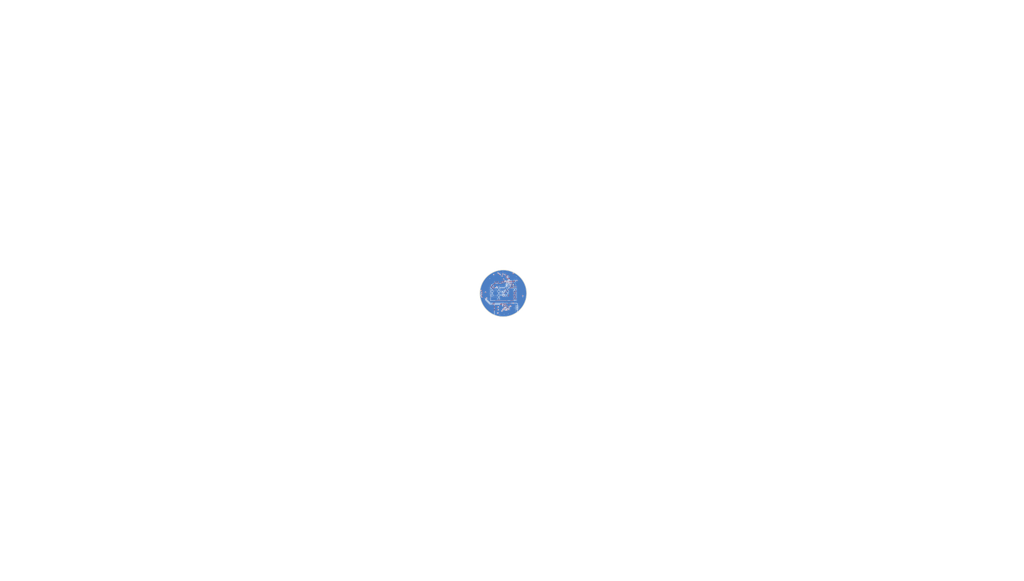
<source format=kicad_pcb>
(kicad_pcb (version 20241229) (generator "pcbnew") (generator_version "9.0")
  (title_block (title "Heartrate") (date "2025-07-13") (rev "${REVISION}") (comment 1 "${COMPANY}"))
  (layers (0 "F.Cu" signal) (4 "In1.Cu" power "Supply") (6 "In2.Cu" power "GND") (2 "B.Cu" signal) (13 "F.Paste" user) (15 "B.Paste" user) (5 "F.SilkS" user "F.Silkscreen") (7 "B.SilkS" user "B.Silkscreen") (1 "F.Mask" user) (3 "B.Mask" user) (25 "Edge.Cuts" user))
  (property "ASSEMBLY_NOTES" "ASSEMBLY NOTES (UNLESS OTHERWISE SPECIFIED)")
  (property "BOARD_NAME" "Extension-HW")
  (property "COMPANY" "ZSWatch")
  (property "DESIGNER" "Daniel Kampert")
  (property "FABRICATION_NOTES" "Empty")
  (property "GIT_HASH_PCB" "4ed5581")
  (property "GIT_HASH_SCH" "9639a43")
  (property "GIT_URL" "https://github.com/ZSWatch/Extension-HW")
  (property "PROJECT_NAME" "ZSWatch Extension-HW")
  (property "RELEASE_BODY_UNRELEASED" "Version Unreleased not found.")
  (property "RELEASE_BODY_xyz" "..")
  (property "RELEASE_DATE" "01-Sep-2025")
  (property "RELEASE_DATE_NUM" "2025-09-01")
  (property "RELEASE_TITLE_UNRELEASED" "Version Unreleased not found.")
  (property "RELEASE_TITLE_xyz" "..")
  (property "REVISION" "$revision")
  (property "SHEET_NAME_1" "Cover Page")
  (property "SHEET_NAME_10" "......................................")
  (property "SHEET_NAME_11" "......................................")
  (property "SHEET_NAME_12" "......................................")
  (property "SHEET_NAME_13" "......................................")
  (property "SHEET_NAME_14" "......................................")
  (property "SHEET_NAME_15" "......................................")
  (property "SHEET_NAME_16" "......................................")
  (property "SHEET_NAME_17" "......................................")
  (property "SHEET_NAME_18" "......................................")
  (property "SHEET_NAME_19" "......................................")
  (property "SHEET_NAME_2" "Block Diagram")
  (property "SHEET_NAME_20" "......................................")
  (property "SHEET_NAME_21" "......................................")
  (property "SHEET_NAME_22" "......................................")
  (property "SHEET_NAME_23" "......................................")
  (property "SHEET_NAME_24" "......................................")
  (property "SHEET_NAME_25" "......................................")
  (property "SHEET_NAME_26" "......................................")
  (property "SHEET_NAME_27" "......................................")
  (property "SHEET_NAME_28" "......................................")
  (property "SHEET_NAME_29" "......................................")
  (property "SHEET_NAME_3" "Power - Topology")
  (property "SHEET_NAME_30" "......................................")
  (property "SHEET_NAME_31" "......................................")
  (property "SHEET_NAME_32" "......................................")
  (property "SHEET_NAME_33" "......................................")
  (property "SHEET_NAME_34" "......................................")
  (property "SHEET_NAME_35" "......................................")
  (property "SHEET_NAME_36" "......................................")
  (property "SHEET_NAME_37" "......................................")
  (property "SHEET_NAME_38" "......................................")
  (property "SHEET_NAME_39" "......................................")
  (property "SHEET_NAME_4" "Project Architecture")
  (property "SHEET_NAME_40" "......................................")
  (property "SHEET_NAME_5" "Heartrate")
  (property "SHEET_NAME_6" "Audio")
  (property "SHEET_NAME_7" "Connectors")
  (property "SHEET_NAME_8" "Revision History")
  (property "SHEET_NAME_9" "......................................")
  (property "VARIANT" "PRELIMINARY")
  (net 0 "")
  (net 1 "GND")
  (net 2 "PD_GND")
  (net 3 "GNDA")
  (net 4 "VSYS")
  (net 5 "Net-(IC503-V_{REF})")
  (net 6 "Net-(D501-K)")
  (net 7 "Net-(D502-K)")
  (net 10 "Net-(IC503-LED3-DRV)")
  (net 11 "Net-(IC503-LED1-DRV)")
  (net 12 "Net-(IC503-LED2-DRV)")
  (net 14 "/Project Architecture/Audio/I2C_SCL")
  (net 15 "/Project Architecture/Audio/I2C_SDA")
  (net 16 "/Project Architecture/Connectors/~{RESET_{HR}}")
  (net 17 "/Project Architecture/Connectors/Status")
  (net 21 "Net-(IC501-V_{CORE})")
  (net 22 "Net-(IC601-VDIG)")
  (net 23 "Net-(IC601-VREF)")
  (net 24 "Net-(IC601-VMID)")
  (net 25 "Net-(IC601-DACREF)")
  (net 26 "Net-(IC601-HPCFP)")
  (net 27 "Net-(IC601-HPCFN)")
  (net 28 "Net-(IC601-HPCSN)")
  (net 29 "Net-(IC601-HPCSP)")
  (net 31 "Net-(IC601-SP_P)")
  (net 32 "/Project Architecture/Audio/SP-N")
  (net 33 "Net-(IC601-SP_N)")
  (net 34 "Net-(IC501-SCLK_{SENSOR})")
  (net 35 "/Project Architecture/Heartrate/INT_{ACC}")
  (net 36 "Net-(IC501-MOSI_{SENSOR})")
  (net 37 "Net-(IC501-CS_{PPG})")
  (net 40 "Net-(IC501-32k_{IN})")
  (net 41 "Net-(IC501-CS_{ACC})")
  (net 42 "Net-(IC501-INT_{PPG})")
  (net 43 "Net-(IC501-MISO_{SENSOR})")
  (net 44 "Net-(IC501-32k_{OUT})")
  (net 47 "/Project Architecture/Audio/I2S_DIN")
  (net 49 "/Project Architecture/Audio/I2S_BCLK")
  (net 50 "/Project Architecture/Audio/I2S_WCLK")
  (net 58 "/Project Architecture/Audio/I2S_MCLK")
  (net 66 "/Project Architecture/Audio/SP-P")
  (net 71 "/Project Architecture/Connectors/+1V8_HR")
  (net 72 "/Project Architecture/Audio/+1V8_PA")
  (footprint "Amphenol:101P014FB110" (layer "F.Cu") (at 210.3 150.6 -90)
    (property "Reference" "X702" (hide yes))
    (property "Value" "MB1" (hide yes))
  )
  (footprint "Capacitor_SMD:C_0201_0603Metric" (layer "F.Cu") (at 205.725 157.425 -90)
    (property "Reference" "C603" (hide yes))
    (property "Value" "1u" (hide yes))
  )
  (footprint "Capacitor_SMD:C_0201_0603Metric" (layer "F.Cu") (at 208.8925 143.2)
    (property "Reference" "C505" (hide yes))
    (property "Value" "10u" (hide yes))
  )
  (footprint "Capacitor_SMD:C_0201_0603Metric" (layer "F.Cu") (at 208.175 154.505 90)
    (property "Reference" "C608" (hide yes))
    (property "Value" "1u" (hide yes))
  )
  (footprint "Inductor_SMD:L_0201_0603Metric" (layer "F.Cu") (at 208.6 145.675 180)
    (property "Reference" "R502" (hide yes))
    (property "Value" "4k7" (hide yes))
  )
  (footprint "Capacitor_SMD:C_0201_0603Metric" (layer "F.Cu") (at 201.5 148.1 -135)
    (property "Reference" "C504" (hide yes))
    (property "Value" "1u" (hide yes))
  )
  (footprint "Capacitor_SMD:C_0201_0603Metric" (layer "F.Cu") (at 208.8925 143.993)
    (property "Reference" "C506" (hide yes))
    (property "Value" "100n" (hide yes))
  )
  (footprint "Capacitor_SMD:C_0201_0603Metric" (layer "F.Cu") (at 200.941835 147.529739 -135)
    (property "Reference" "C502" (hide yes))
    (property "Value" "1u" (hide yes))
  )
  (footprint "Capacitor_SMD:C_0201_0603Metric" (layer "F.Cu") (at 204.4 142.72 90)
    (property "Reference" "C503" (hide yes))
    (property "Value" "1u" (hide yes))
  )
  (footprint "Capacitor_SMD:C_0201_0603Metric" (layer "F.Cu") (at 205.975 154.125 90)
    (property "Reference" "C602" (hide yes))
    (property "Value" "1u" (hide yes))
  )
  (footprint "Inductor_SMD:L_0402_1005Metric" (layer "F.Cu") (at 202.125001 154.875 180)
    (property "Reference" "FB601" (hide yes))
    (property "Value" "FerriteBead" (hide yes))
  )
  (footprint "Crystal_Kampi:ECS_ECX-1210" (layer "F.Cu") (at 199.5 146.1 -135)
    (property "Reference" "Y501" (hide yes))
    (property "Value" "32kHz" (hide yes))
  )
  (footprint "Capacitor_SMD:C_0402_1005Metric" (layer "F.Cu") (at 208.6 147.3)
    (property "Reference" "C511" (hide yes))
    (property "Value" "22u" (hide yes))
  )
  (footprint "Analog Devices:MAX32664GTG" (layer "F.Cu") (at 202.653033 145.111434 -45)
    (property "Reference" "IC501" (hide yes))
    (property "Value" "MAX32664" (hide yes))
  )
  (footprint "Package_BGA_Kampi:WLCSP-34" (layer "F.Cu") (at 205.525 155.835 180)
    (property "Reference" "IC601" (hide yes))
    (property "Value" "DA7212-01UM2" (hide yes))
  )
  (footprint "Capacitor_SMD:C_0201_0603Metric" (layer "F.Cu") (at 206.425 157.425 -90)
    (property "Reference" "C604" (hide yes))
    (property "Value" "1u" (hide yes))
  )
  (footprint "Inductor_SMD:L_0402_1005Metric" (layer "F.Cu") (at 202.125001 155.875 180)
    (property "Reference" "FB602" (hide yes))
    (property "Value" "FerriteBead" (hide yes))
  )
  (footprint "Capacitor_SMD:C_0201_0603Metric" (layer "F.Cu") (at 208.574999 156.345)
    (property "Reference" "C610" (hide yes))
    (property "Value" "1u" (hide yes))
  )
  (footprint "Package_LGA:LGA-12_2x2mm_P0.5mm" (layer "F.Cu") (at 206.8625 143.95)
    (property "Reference" "IC502" (hide yes))
    (property "Value" "LIS2DS12" (hide yes))
  )
  (footprint "Capacitor_SMD:C_0201_0603Metric" (layer "F.Cu") (at 208.8925 144.793)
    (property "Reference" "C507" (hide yes))
    (property "Value" "100n" (hide yes))
  )
  (footprint "Capacitor_SMD:C_0201_0603Metric" (layer "F.Cu") (at 204.2 157.425 -90)
    (property "Reference" "C606" (hide yes))
    (property "Value" "4u7" (hide yes))
  )
  (footprint "Capacitor_SMD:C_0201_0603Metric" (layer "F.Cu") (at 204.3 154.125 90)
    (property "Reference" "C601" (hide yes))
    (property "Value" "1u" (hide yes))
  )
  (footprint "Capacitor_SMD:C_0201_0603Metric" (layer "F.Cu") (at 205.275 154.125 90)
    (property "Reference" "C605" (hide yes))
    (property "Value" "2u2" (hide yes))
  )
  (footprint "Amphenol:101P014FB110" (layer "F.Cu") (at 198.8 150 90)
    (property "Reference" "X701" (hide yes))
    (property "Value" "MB2" (hide yes))
  )
  (footprint "Capacitor_SMD:C_0201_0603Metric" (layer "F.Cu") (at 208.6 146.4)
    (property "Reference" "C510" (hide yes))
    (property "Value" "100n" (hide yes))
  )
  (footprint "Capacitor_SMD:C_0201_0603Metric" (layer "F.Cu") (at 208.575 155.625)
    (property "Reference" "C609" (hide yes))
    (property "Value" "1u" (hide yes))
  )
  (footprint "Capacitor_SMD:C_0201_0603Metric" (layer "F.Cu") (at 204.9 157.425 -90)
    (property "Reference" "C607" (hide yes))
    (property "Value" "4u7" (hide yes))
  )
  (footprint "Capacitor_SMD:C_0201_0603Metric" (layer "B.Cu") (at 208.7 145.8)
    (property "Reference" "C508" (hide yes))
    (property "Value" "10u" (hide yes))
  )
  (footprint "Capacitor_SMD:C_0201_0603Metric" (layer "B.Cu") (at 209.98 154.7 180)
    (property "Reference" "C611" (hide yes))
    (property "Value" "100n" (hide yes))
  )
  (footprint "Vishay:VEMD808x" (layer "B.Cu") (at 202.2 150 -90)
    (property "Reference" "D501" (hide yes))
    (property "Value" "VEMD8082" (hide yes))
  )
  (footprint "Resistor_SMD:R_0201_0603Metric" (layer "B.Cu") (at 209.98 155.5 180)
    (property "Reference" "R601" (hide yes))
    (property "Value" "0R" (hide yes))
  )
  (footprint "Resistor_SMD:R_0201_0603Metric" (layer "B.Cu") (at 203.1 146.4 90)
    (property "Reference" "R501" (hide yes))
    (property "Value" "~" (hide yes))
  )
  (footprint "Capacitor_SMD:C_0201_0603Metric" (layer "B.Cu") (at 202.15 146.4 90)
    (property "Reference" "C501" (hide yes))
    (property "Value" "~" (hide yes))
  )
  (footprint "Capacitor_SMD:C_0201_0603Metric" (layer "B.Cu") (at 204.755 146 180)
    (property "Reference" "C509" (hide yes))
    (property "Value" "1u" (hide yes))
  )
  (footprint "Osram:SFH7016" (layer "B.Cu") (at 205 150)
    (property "Reference" "LED501" (hide yes))
    (property "Value" "SFH7016" (hide yes))
  )
  (footprint "Package_BGA_Kampi:THIN-WLP-20_2.228x1.967mm_P0.4mm" (layer "B.Cu") (at 206.8 146.1 180)
    (property "Reference" "IC503" (hide yes))
    (property "Value" "MAX86141" (hide yes))
  )
  (footprint "Vishay:VEMD808x" (layer "B.Cu") (at 207.8 150 -90)
    (property "Reference" "D502" (hide yes))
    (property "Value" "VEMD8082" (hide yes))
  )
  (gr_poly (pts (xy 212.5 152.300001) (xy 212.5 147.699999) (xy 210.600001 147.700001) (xy 210.6 152.3)) (stroke (width 0.2)) (fill no) (layer "B.Cu"))
  (gr_circle (center 205 150) (end 213.4 150) (stroke (width 0.2)) (fill no) (layer "Edge.Cuts"))
  (gr_text "${REVISION}" (at 211.6 150 270) (layer "B.Cu") (effects (font (size 0.4 0.4) (thickness 0.06)) (justify mirror)))
  (segment (start 207.112258 144.712743) (end 207.112501 144.7125) (width 0.2) (layer "F.Cu") (net 1))
  (segment (start 200.2 144.666584) (end 200.64485 145.111434) (width 0.15) (layer "F.Cu") (net 1))
  (segment (start 201.247524 146.516942) (end 201.627728 146.136738) (width 0.15) (layer "F.Cu") (net 1))
  (segment (start 207.112501 144.7125) (end 207.6125 144.7125) (width 0.2) (layer "F.Cu") (net 1))
  (segment (start 204.875 142.275) (end 204.75 142.4) (width 0.15) (layer "F.Cu") (net 1))
  (segment (start 207.1125 144.143) (end 207.112501 144.7125) (width 0.2) (layer "F.Cu") (net 1))
  (segment (start 212 151.4) (end 211.9 151.3) (width 0.15) (layer "F.Cu") (net 1))
  (segment (start 199.8075 151.05) (end 200.1 151.05) (width 0.15) (layer "F.Cu") (net 1))
  (segment (start 200.1 151.05) (end 200.4 151.35) (width 0.15) (layer "F.Cu") (net 1))
  (segment (start 209.2125 143.2) (end 209.2125 143.993) (width 0.4) (layer "F.Cu") (net 1))
  (segment (start 201.273726 148.314178) (end 200.715561 147.756013) (width 0.15) (layer "F.Cu") (net 1))
  (segment (start 201.273726 148.326274) (end 201.273726 148.314178) (width 0.15) (layer "F.Cu") (net 1))
  (segment (start 207.6125 144.7125) (end 207.625 144.7) (width 0.2) (layer "F.Cu") (net 1))
  (segment (start 209.5 146.88) (end 209.08 147.3) (width 0.15) (layer "F.Cu") (net 1))
  (segment (start 211.9 151.3) (end 211.3075 151.3) (width 0.15) (layer "F.Cu") (net 1))
  (segment (start 207.625 144.2) (end 207.625 144.7) (width 0.2) (layer "F.Cu") (net 1))
  (segment (start 209.2125 143.993) (end 209.7 143.993) (width 0.4) (layer "F.Cu") (net 1))
  (segment (start 200.379773 147.420227) (end 200.71556 147.756014) (width 0.2) (layer "F.Cu") (net 1))
  (segment (start 204.75 142.4) (end 204.4 142.4) (width 0.15) (layer "F.Cu") (net 1))
  (segment (start 209.35 146.4) (end 208.92 146.4) (width 0.15) (layer "F.Cu") (net 1))
  (segment (start 209.2125 143.993) (end 209.2125 144.793) (width 0.4) (layer "F.Cu") (net 1))
  (via (at 200.4 151.35) (size 0.35) (drill 0.15) (layers "F.Cu" "B.Cu") (net 1))
  (via (at 207.1125 144.143) (size 0.35) (drill 0.15) (layers "F.Cu" "B.Cu") (net 1))
  (via (at 209.7 143.993) (size 0.35) (drill 0.15) (layers "F.Cu" "B.Cu") (net 1))
  (via (at 209.35 146.4) (size 0.3024) (drill 0.15) (layers "F.Cu" "B.Cu") (net 1))
  (via (at 209.5 146.88) (size 0.35) (drill 0.15) (layers "F.Cu" "B.Cu") (net 1))
  (via (at 212 151.4) (size 0.35) (drill 0.15) (layers "F.Cu" "B.Cu") (net 1))
  (via (at 206.8 146.7) (size 0.3024) (drill 0.15) (layers "F.Cu" "B.Cu") (net 1))
  (via (at 204.875 142.275) (size 0.3024) (drill 0.15) (layers "F.Cu" "B.Cu") (net 1))
  (via (at 201.247524 146.516942) (size 0.3024) (drill 0.15) (layers "F.Cu" "B.Cu") (net 1))
  (via (at 200.2 144.666584) (size 0.3024) (drill 0.15) (layers "F.Cu" "B.Cu") (net 1))
  (via (at 200.379773 147.420227) (size 0.3024) (drill 0.15) (layers "F.Cu" "B.Cu") (net 1))
  (segment (start 206.8 146.3) (end 206.8 146.7) (width 0.15) (layer "B.Cu") (net 1))
  (via (at 203.725 147.325) (size 0.3024) (drill 0.15) (layers "F.Cu" "B.Cu") (net 2))
  (via (at 204 148.9) (size 0.3024) (drill 0.15) (layers "F.Cu" "B.Cu") (net 2))
  (via (at 204 148.375) (size 0.3024) (drill 0.15) (layers "F.Cu" "B.Cu") (net 2))
  (via (at 202.7 148.525) (size 0.3024) (drill 0.15) (layers "F.Cu" "B.Cu") (net 2))
  (via (at 201.65 150.775) (size 0.3024) (drill 0.15) (layers "F.Cu" "B.Cu") (net 2))
  (via (at 204.775 147.325) (size 0.3024) (drill 0.15) (layers "F.Cu" "B.Cu") (net 2))
  (via (at 202.175 151.3) (size 0.3024) (drill 0.15) (layers "F.Cu" "B.Cu") (net 2))
  (via (at 202.175 150.775) (size 0.3024) (drill 0.15) (layers "F.Cu" "B.Cu") (net 2))
  (via (at 201.65 149.05) (size 0.3024) (drill 0.15) (layers "F.Cu" "B.Cu") (net 2))
  (via (at 204.25 147.325) (size 0.3024) (drill 0.15) (layers "F.Cu" "B.Cu") (net 2))
  (via (at 202.175 148.525) (size 0.3024) (drill 0.15) (layers "F.Cu" "B.Cu") (net 2))
  (via (at 202.7 151.3) (size 0.3024) (drill 0.15) (layers "F.Cu" "B.Cu") (net 2))
  (via (at 201.65 151.3) (size 0.3024) (drill 0.15) (layers "F.Cu" "B.Cu") (net 2))
  (via (at 202.175 149.05) (size 0.3024) (drill 0.15) (layers "F.Cu" "B.Cu") (net 2))
  (via (at 202.7 149.05) (size 0.3024) (drill 0.15) (layers "F.Cu" "B.Cu") (net 2))
  (via (at 202.7 150.775) (size 0.3024) (drill 0.15) (layers "F.Cu" "B.Cu") (net 2))
  (segment (start 205.545 157.745) (end 205.3 157.5) (width 0.15) (layer "F.Cu") (net 3))
  (segment (start 205.275 153.805) (end 204.3 153.805) (width 0.15) (layer "F.Cu") (net 3))
  (segment (start 206.842069 157.435457) (end 206.532526 157.745) (width 0.15) (layer "F.Cu") (net 3))
  (segment (start 208.895 155.205) (end 208.9 155.2) (width 0.15) (layer "F.Cu") (net 3))
  (segment (start 209.4 156.345) (end 208.894999 156.345) (width 0.15) (layer "F.Cu") (net 3))
  (segment (start 205.975 153.805) (end 205.275 153.805) (width 0.15) (layer "F.Cu") (net 3))
  (segment (start 203.7 157.745) (end 204.2 157.745) (width 0.15) (layer "F.Cu") (net 3))
  (segment (start 204.9 157.745) (end 205.055 157.745) (width 0.15) (layer "F.Cu") (net 3))
  (segment (start 203.7 154.3) (end 204.195 153.805) (width 0.15) (layer "F.Cu") (net 3))
  (segment (start 206.532526 157.745) (end 206.425 157.745) (width 0.15) (layer "F.Cu") (net 3))
  (segment (start 204.195 153.805) (end 204.3 153.805) (width 0.15) (layer "F.Cu") (net 3))
  (segment (start 205.055 157.745) (end 205.3 157.5) (width 0.15) (layer "F.Cu") (net 3))
  (segment (start 208.895 155.625) (end 208.895 155.205) (width 0.15) (layer "F.Cu") (net 3))
  (segment (start 205.724999 157.745) (end 205.545 157.745) (width 0.15) (layer "F.Cu") (net 3))
  (via (at 206.842069 157.435457) (size 0.35) (drill 0.15) (layers "F.Cu" "B.Cu") (net 3))
  (via (at 207.275 156.005) (size 0.3024) (drill 0.15) (layers "F.Cu" "B.Cu") (net 3))
  (via (at 203.7 154.3) (size 0.35) (drill 0.15) (layers "F.Cu" "B.Cu") (net 3))
  (via (at 203.7 157.745) (size 0.35) (drill 0.15) (layers "F.Cu" "B.Cu") (net 3))
  (via (at 208.9 155.2) (size 0.35) (drill 0.15) (layers "F.Cu" "B.Cu") (net 3))
  (via (at 205.3 157.5) (size 0.35) (drill 0.15) (layers "F.Cu" "B.Cu") (net 3))
  (via (at 209.4 156.345) (size 0.35) (drill 0.15) (layers "F.Cu" "B.Cu") (net 3))
  (via (at 206.775 156.005) (size 0.3024) (drill 0.15) (layers "F.Cu" "B.Cu") (net 3))
  (via (at 205.275 156.005) (size 0.3024) (drill 0.15) (layers "F.Cu" "B.Cu") (net 3))
  (segment (start 204.2 157.105) (end 204.9 157.105) (width 0.15) (layer "F.Cu") (net 4))
  (segment (start 209.5 147.9) (end 209.9 147.5) (width 0.15) (layer "F.Cu") (net 4))
  (segment (start 197.54 151.05) (end 197.7925 151.05) (width 0.15) (layer "F.Cu") (net 4))
  (segment (start 203.500001 157.105001) (end 204.2 157.105) (width 0.15) (layer "F.Cu") (net 4))
  (segment (start 197.290194 151.299806) (end 197.54 151.05) (width 0.15) (layer "F.Cu") (net 4))
  (segment (start 203.1 157.105) (end 203.5 157.105) (width 0.15) (layer "F.Cu") (net 4))
  (segment (start 203.5 157.105) (end 203.500001 157.105001) (width 0.15) (layer "F.Cu") (net 4))
  (segment (start 207.57748 147.9) (end 209.5 147.9) (width 0.15) (layer "F.Cu") (net 4))
  (segment (start 197.290188 151.299806) (end 197.290194 151.299806) (width 0.15) (layer "F.Cu") (net 4))
  (segment (start 205.1 150) (end 205.47748 150) (width 0.15) (layer "F.Cu") (net 4))
  (segment (start 204.9 156.47) (end 204.9 157.105) (width 0.15) (layer "F.Cu") (net 4))
  (segment (start 204.899999 157.105001) (end 204.9 157.105) (width 0.15) (layer "F.Cu") (net 4))
  (segment (start 205.47748 150) (end 207.57748 147.9) (width 0.15) (layer "F.Cu") (net 4))
  (segment (start 209.9 147.5) (end 209.9 145.4) (width 0.15) (layer "F.Cu") (net 4))
  (segment (start 205.025 156.345) (end 204.9 156.47) (width 0.15) (layer "F.Cu") (net 4))
  (via (at 205.1 150) (size 0.35) (drill 0.15) (layers "F.Cu" "B.Cu") (net 4))
  (via (at 197.290188 151.299806) (size 0.35) (drill 0.15) (layers "F.Cu" "B.Cu") (net 4))
  (via (at 209.9 145.4) (size 0.35) (drill 0.15) (layers "F.Cu" "B.Cu") (net 4))
  (via (at 203.1 157.105) (size 0.35) (drill 0.15) (layers "F.Cu" "B.Cu") (net 4))
  (segment (start 205.1 150) (end 204.925 150) (width 0.15) (layer "B.Cu") (net 4))
  (segment (start 205.65 149.425) (end 205.65 149.45) (width 0.15) (layer "B.Cu") (net 4))
  (segment (start 205.65 149.45) (end 205.1 150) (width 0.15) (layer "B.Cu") (net 4))
  (segment (start 204.925 150) (end 204.35 150.575) (width 0.15) (layer "B.Cu") (net 4))
  (segment (start 207.6 145.5) (end 208.08 145.5) (width 0.15) (layer "B.Cu") (net 4))
  (segment (start 208.08 145.5) (end 208.38 145.8) (width 0.15) (layer "B.Cu") (net 4))
  (segment (start 209.9 145.4) (end 208.78 145.4) (width 0.15) (layer "B.Cu") (net 4))
  (segment (start 208.78 145.4) (end 208.38 145.8) (width 0.15) (layer "B.Cu") (net 4))
  (segment (start 205.6 145.9) (end 205.5 146) (width 0.15) (layer "B.Cu") (net 5))
  (segment (start 205.5 146) (end 205.075 146) (width 0.15) (layer "B.Cu") (net 5))
  (segment (start 206 145.9) (end 205.6 145.9) (width 0.15) (layer "B.Cu") (net 5))
  (segment (start 201.01 149.31) (end 201.01 148) (width 0.15) (layer "B.Cu") (net 6))
  (segment (start 203.39 148) (end 203.39 149.31) (width 0.15) (layer "B.Cu") (net 6))
  (segment (start 201.01 148) (end 203.39 148) (width 0.15) (layer "B.Cu") (net 6))
  (segment (start 206 147.4) (end 205.4 148) (width 0.15) (layer "B.Cu") (net 6))
  (segment (start 204.2 148) (end 203.39 148) (width 0.15) (layer "B.Cu") (net 6))
  (segment (start 203.39 150.69) (end 203.39 152) (width 0.15) (layer "B.Cu") (net 6))
  (segment (start 205.4 148) (end 204.2 148) (width 0.15) (layer "B.Cu") (net 6))
  (segment (start 203.39 149.31) (end 203.39 150.69) (width 0.15) (layer "B.Cu") (net 6))
  (segment (start 206 146.7) (end 206 147.4) (width 0.15) (layer "B.Cu") (net 6))
  (segment (start 201.01 150.69) (end 201.01 149.31) (width 0.15) (layer "B.Cu") (net 6))
  (segment (start 206.61 150.69) (end 206.61 149.31) (width 0.15) (layer "B.Cu") (net 7))
  (segment (start 206.6 148) (end 206.61 148) (width 0.15) (layer "B.Cu") (net 7))
  (segment (start 206.61 149.31) (end 206.61 148) (width 0.15) (layer "B.Cu") (net 7))
  (segment (start 208.99 150.69) (end 208.99 149.6) (width 0.15) (layer "B.Cu") (net 7))
  (segment (start 206.4 146.7) (end 206.4 147.8) (width 0.15) (layer "B.Cu") (net 7))
  (segment (start 206.61 148) (end 208.99 148) (width 0.15) (layer "B.Cu") (net 7))
  (segment (start 208.99 152) (end 208.99 150.69) (width 0.15) (layer "B.Cu") (net 7))
  (segment (start 208.99 149.31) (end 208.99 148) (width 0.15) (layer "B.Cu") (net 7))
  (via (at 207.890354 146.06079) (size 0.3024) (drill 0.15) (layers "F.Cu" "B.Cu") (net 10))
  (via (at 205.6875 148.7375) (size 0.35) (drill 0.15) (layers "F.Cu" "B.Cu") (net 10))
  (segment (start 207.729564 145.9) (end 207.890354 146.06079) (width 0.15) (layer "B.Cu") (net 10))
  (segment (start 207.6 145.9) (end 207.729564 145.9) (width 0.15) (layer "B.Cu") (net 10))
  (segment (start 205.6875 148.7375) (end 205 149.425) (width 0.15) (layer "B.Cu") (net 10))
  (via (at 207.5 147.3) (size 0.3024) (drill 0.15) (layers "F.Cu" "B.Cu") (net 11))
  (via (at 205 151) (size 0.35) (drill 0.15) (layers "F.Cu" "B.Cu") (net 11))
  (segment (start 207.5 147.3) (end 207.5 147.064154) (width 0.15) (layer "B.Cu") (net 11))
  (segment (start 205 150.575) (end 205 151) (width 0.15) (layer "B.Cu") (net 11))
  (segment (start 207.5 147.064154) (end 207.6 146.964154) (width 0.15) (layer "B.Cu") (net 11))
  (segment (start 207.6 146.964154) (end 207.6 146.7) (width 0.15) (layer "B.Cu") (net 11))
  (via (at 208.6 146.8) (size 0.3024) (drill 0.15) (layers "F.Cu" "B.Cu") (net 12))
  (via (at 205.65 151) (size 0.35) (drill 0.15) (layers "F.Cu" "B.Cu") (net 12))
  (segment (start 208.6062 146.8) (end 208.125679 146.8) (width 0.15) (layer "B.Cu") (net 12))
  (segment (start 208.125679 146.8) (end 207.625679 146.3) (width 0.15) (layer "B.Cu") (net 12))
  (segment (start 207.625679 146.3) (end 207.6 146.3) (width 0.15) (layer "B.Cu") (net 12))
  (segment (start 205.65 151) (end 205.65 150.575) (width 0.15) (layer "B.Cu") (net 12))
  (segment (start 198.6162 149.5838) (end 198.6162 151.8162) (width 0.15) (layer "F.Cu") (net 14))
  (segment (start 203.5 143.133096) (end 203.112652 143.520444) (width 0.15) (layer "F.Cu") (net 14))
  (segment (start 197.227514 149.65) (end 197.7925 149.65) (width 0.15) (layer "F.Cu") (net 14))
  (segment (start 203.5 142.972581) (end 203.5 143.133096) (width 0.15) (layer "F.Cu") (net 14))
  (segment (start 198.6162 151.8162) (end 198.630659 151.830659) (width 0.15) (layer "F.Cu") (net 14))
  (via (at 197.227514 149.65) (size 0.35) (drill 0.15) (layers "F.Cu" "B.Cu") (net 14))
  (via (at 198.630659 151.830659) (size 0.3024) (drill 0.15) (layers "F.Cu" "B.Cu") (net 14))
  (via (at 205.775 155.325) (size 0.3024) (drill 0.15) (layers "F.Cu" "B.Cu") (net 14))
  (via (at 203.5 142.972581) (size 0.3024) (drill 0.15) (layers "F.Cu" "B.Cu") (net 14))
  (via (at 198.6162 149.5838) (size 0.3024) (drill 0.15) (layers "F.Cu" "B.Cu") (net 14))
  (segment (start 205.246389 153.9) (end 200.2 153.9) (width 0.15) (layer "B.Cu") (net 14))
  (segment (start 206.026 154.679611) (end 205.246389 153.9) (width 0.15) (layer "B.Cu") (net 14))
  (segment (start 198.630659 152.330659) (end 198.630659 151.830659) (width 0.15) (layer "B.Cu") (net 14))
  (segment (start 206.026 155.074) (end 206.026 154.679611) (width 0.15) (layer "B.Cu") (net 14))
  (segment (start 200.2 153.9) (end 198.630659 152.330659) (width 0.15) (layer "B.Cu") (net 14))
  (segment (start 205.775 155.325) (end 206.026 155.074) (width 0.15) (layer "B.Cu") (net 14))
  (segment (start 197.400498 150) (end 197.7925 150) (width 0.15) (layer "F.Cu") (net 15))
  (segment (start 197.182547 150.196014) (end 197.204484 150.196014) (width 0.15) (layer "F.Cu") (net 15))
  (segment (start 197.204484 150.196014) (end 197.400498 150) (width 0.15) (layer "F.Cu") (net 15))
  (segment (start 203.395495 143.803286) (end 203.396714 143.803286) (width 0.15) (layer "F.Cu") (net 15))
  (segment (start 203.396714 143.803286) (end 203.9 143.3) (width 0.15) (layer "F.Cu") (net 15))
  (via (at 203.9 143.3) (size 0.3024) (drill 0.15) (layers "F.Cu" "B.Cu") (net 15))
  (via (at 197.182547 150.196014) (size 0.35) (drill 0.15) (layers "F.Cu" "B.Cu") (net 15))
  (via (at 199.048798 151.7) (size 0.3024) (drill 0.15) (layers "F.Cu" "B.Cu") (net 15))
  (via (at 205.525 155.665) (size 0.3024) (drill 0.15) (layers "F.Cu" "B.Cu") (net 15))
  (segment (start 205.525 155.665) (end 205.935 155.665) (width 0.15) (layer "B.Cu") (net 15))
  (segment (start 200.4 153.6) (end 199.048798 152.248798) (width 0.15) (layer "B.Cu") (net 15))
  (segment (start 199.048798 152.248798) (end 199.048798 151.7) (width 0.15) (layer "B.Cu") (net 15))
  (segment (start 206.277 154.575643) (end 205.301357 153.6) (width 0.15) (layer "B.Cu") (net 15))
  (segment (start 206.277 155.323) (end 206.277 154.575643) (width 0.15) (layer "B.Cu") (net 15))
  (segment (start 205.935 155.665) (end 206.277 155.323) (width 0.15) (layer "B.Cu") (net 15))
  (segment (start 205.301357 153.6) (end 200.4 153.6) (width 0.15) (layer "B.Cu") (net 15))
  (segment (start 198.4 146.4) (end 198.4 146.003853) (width 0.15) (layer "F.Cu") (net 16))
  (segment (start 197.55 148.95) (end 197.3 148.7) (width 0.15) (layer "F.Cu") (net 16))
  (segment (start 200.064469 144.339384) (end 200.749612 144.339384) (width 0.15) (layer "F.Cu") (net 16))
  (segment (start 200.749612 144.339384) (end 201.062043 144.651815) (width 0.15) (layer "F.Cu") (net 16))
  (segment (start 198.4 146.003853) (end 200.064469 144.339384) (width 0.15) (layer "F.Cu") (net 16))
  (segment (start 197.7925 148.95) (end 197.55 148.95) (width 0.15) (layer "F.Cu") (net 16))
  (segment (start 197.3 148.7) (end 197.3 147.5) (width 0.15) (layer "F.Cu") (net 16))
  (segment (start 197.3 147.5) (end 198.4 146.4) (width 0.15) (layer "F.Cu") (net 16))
  (segment (start 202.7 143.056284) (end 202.653033 143.103251) (width 0.15) (layer "F.Cu") (net 17))
  (segment (start 197.4 149.3) (end 197.7925 149.3) (width 0.15) (layer "F.Cu") (net 17))
  (segment (start 203.1 142.656284) (end 202.653033 143.103251) (width 0.15) (layer "F.Cu") (net 17))
  (segment (start 197.1 149) (end 197.4 149.3) (width 0.15) (layer "F.Cu") (net 17))
  (via (at 203.1 142.656284) (size 0.3024) (drill 0.15) (layers "F.Cu" "B.Cu") (net 17))
  (via (at 197.1 149) (size 0.35) (drill 0.15) (layers "F.Cu" "B.Cu") (net 17))
  (segment (start 201.963602 146.932236) (end 201.963605 146.932237) (width 0.15) (layer "F.Cu") (net 21))
  (segment (start 201.861074 147.738926) (end 201.861074 147.034763) (width 0.15) (layer "F.Cu") (net 21))
  (segment (start 202.193414 146.702427) (end 202.193414 146.702425) (width 0.15) (layer "F.Cu") (net 21))
  (segment (start 201.861074 147.034763) (end 201.963602 146.932236) (width 0.15) (layer "F.Cu") (net 21))
  (segment (start 201.726274 147.873726) (end 201.861074 147.738926) (width 0.15) (layer "F.Cu") (net 21))
  (segment (start 201.963605 146.932237) (end 202.193414 146.702427) (width 0.15) (layer "F.Cu") (net 21))
  (segment (start 204.3 154.445) (end 204.3 154.85) (width 0.15) (layer "F.Cu") (net 22))
  (segment (start 204.3 154.85) (end 204.775 155.325) (width 0.15) (layer "F.Cu") (net 22))
  (segment (start 205.675 154.825) (end 205.675 154.745) (width 0.15) (layer "F.Cu") (net 23))
  (segment (start 205.675 154.745) (end 205.975 154.445) (width 0.15) (layer "F.Cu") (net 23))
  (via (at 205.775 156.005) (size 0.3024) (drill 0.15) (layers "F.Cu" "B.Cu") (net 23))
  (via (at 205.675 154.825) (size 0.35) (drill 0.15) (layers "F.Cu" "B.Cu") (net 23))
  (segment (start 205.725 156.544999) (end 205.525 156.344999) (width 0.15) (layer "F.Cu") (net 24))
  (segment (start 205.725 157.105) (end 205.725 156.544999) (width 0.15) (layer "F.Cu") (net 24))
  (segment (start 206.425 157.045) (end 206.425 157.105) (width 0.15) (layer "F.Cu") (net 25))
  (segment (start 206.025 156.345) (end 206.425 156.745) (width 0.15) (layer "F.Cu") (net 25))
  (segment (start 206.425 156.745) (end 206.425 157.105) (width 0.15) (layer "F.Cu") (net 25))
  (segment (start 207.675 155.325) (end 208.175 154.825) (width 0.15) (layer "F.Cu") (net 26))
  (segment (start 207.275 155.325) (end 207.675 155.325) (width 0.15) (layer "F.Cu") (net 26))
  (segment (start 207.675 154.525) (end 208.015 154.185) (width 0.15) (layer "F.Cu") (net 27))
  (segment (start 208.015 154.185) (end 208.175 154.185) (width 0.15) (layer "F.Cu") (net 27))
  (via (at 207.675 154.525) (size 0.35) (drill 0.15) (layers "F.Cu" "B.Cu") (net 27))
  (via (at 207.025 155.665) (size 0.3024) (drill 0.15) (layers "F.Cu" "B.Cu") (net 27))
  (segment (start 207.875 155.625) (end 207.835 155.665) (width 0.15) (layer "F.Cu") (net 28))
  (segment (start 207.835 155.665) (end 207.525 155.665) (width 0.15) (layer "F.Cu") (net 28))
  (segment (start 208.255 155.625) (end 207.875 155.625) (width 0.15) (layer "F.Cu") (net 28))
  (segment (start 207.525 156.345) (end 208.255 156.345) (width 0.15) (layer "F.Cu") (net 29))
  (segment (start 203.125 154.875) (end 202.61 154.875) (width 0.15) (layer "F.Cu") (net 31))
  (via (at 203.125 154.875) (size 0.35) (drill 0.15) (layers "F.Cu" "B.Cu") (net 31))
  (via (at 204.775 156.005) (size 0.3024) (drill 0.15) (layers "F.Cu" "B.Cu") (net 31))
  (segment (start 201.1 153.845032) (end 201.1 155.334999) (width 0.15) (layer "F.Cu") (net 32))
  (segment (start 206.7 150.6) (end 206.7 151.8) (width 0.15) (layer "F.Cu") (net 32))
  (segment (start 206.1 152.4) (end 202.545032 152.4) (width 0.15) (layer "F.Cu") (net 32))
  (segment (start 207.75 149.55) (end 206.7 150.6) (width 0.15) (layer "F.Cu") (net 32))
  (segment (start 209.2925 149.55) (end 207.75 149.55) (width 0.15) (layer "F.Cu") (net 32))
  (segment (start 206.7 151.8) (end 206.1 152.4) (width 0.15) (layer "F.Cu") (net 32))
  (segment (start 201.1 155.334999) (end 201.640001 155.875) (width 0.15) (layer "F.Cu") (net 32))
  (segment (start 202.545032 152.4) (end 201.1 153.845032) (width 0.15) (layer "F.Cu") (net 32))
  (segment (start 203.125001 155.875) (end 202.610001 155.875) (width 0.15) (layer "F.Cu") (net 33))
  (via (at 204.525 156.345) (size 0.3024) (drill 0.15) (layers "F.Cu" "B.Cu") (net 33))
  (via (at 203.125001 155.875) (size 0.35) (drill 0.15) (layers "F.Cu" "B.Cu") (net 33))
  (segment (start 204.888565 145.111435) (end 204.661217 145.111435) (width 0.15) (layer "F.Cu") (net 34))
  (segment (start 205.1 144.9) (end 204.888565 145.111435) (width 0.15) (layer "F.Cu") (net 34))
  (segment (start 206.1 143.2) (end 205.6 143.2) (width 0.15) (layer "F.Cu") (net 34))
  (via (at 205.1 144.9) (size 0.3024) (drill 0.15) (layers "F.Cu" "B.Cu") (net 34))
  (via (at 205.6 143.2) (size 0.35) (drill 0.15) (layers "F.Cu" "B.Cu") (net 34))
  (segment (start 205.6 143.2) (end 207.2 144.8) (width 0.15) (layer "B.Cu") (net 34))
  (segment (start 207.2 144.8) (end 207.2 145.5) (width 0.15) (layer "B.Cu") (net 34))
  (segment (start 206.6125 143.712498) (end 206.6125 143.1875) (width 0.15) (layer "F.Cu") (net 35))
  (segment (start 202.653033 147.529741) (end 202.653033 147.119619) (width 0.15) (layer "F.Cu") (net 35))
  (segment (start 206.612502 143.7125) (end 206.6125 143.712498) (width 0.15) (layer "F.Cu") (net 35))
  (via (at 206.612502 143.7125) (size 0.35) (drill 0.15) (layers "F.Cu" "B.Cu") (net 35))
  (via (at 202.653033 147.529741) (size 0.3024) (drill 0.15) (layers "F.Cu" "B.Cu") (net 35))
  (segment (start 206.1 145.2) (end 206.4 145.5) (width 0.15) (layer "F.Cu") (net 36))
  (segment (start 206.1 144.7) (end 206.1 145.2) (width 0.15) (layer "F.Cu") (net 36))
  (segment (start 204.495838 144.4) (end 205.4 144.4) (width 0.15) (layer "F.Cu") (net 36))
  (segment (start 205.7 144.7) (end 206.1 144.7) (width 0.15) (layer "F.Cu") (net 36))
  (segment (start 205.4 144.4) (end 205.7 144.7) (width 0.15) (layer "F.Cu") (net 36))
  (segment (start 204.244023 144.651815) (end 204.495838 144.4) (width 0.15) (layer "F.Cu") (net 36))
  (via (at 206.4 145.5) (size 0.3024) (drill 0.15) (layers "F.Cu" "B.Cu") (net 36))
  (segment (start 204.455379 145.782409) (end 204.244023 145.571053) (width 0.15) (layer "F.Cu") (net 37))
  (segment (start 205.5 145.5) (end 205.217591 145.782409) (width 0.15) (layer "F.Cu") (net 37))
  (segment (start 205.217591 145.782409) (end 204.455379 145.782409) (width 0.15) (layer "F.Cu") (net 37))
  (via (at 205.5 145.5) (size 0.3024) (drill 0.15) (layers "F.Cu" "B.Cu") (net 37))
  (segment (start 205.5 145.5) (end 206 145.5) (width 0.15) (layer "B.Cu") (net 37))
  (segment (start 200.496619 146.7) (end 199.516636 146.7) (width 0.15) (layer "F.Cu") (net 40))
  (segment (start 201.344885 145.853896) (end 201.342723 145.853896) (width 0.15) (layer "F.Cu") (net 40))
  (segment (start 201.342723 145.853896) (end 200.496619 146.7) (width 0.15) (layer "F.Cu") (net 40))
  (segment (start 199.516636 146.7) (end 199.208318 146.391682) (width 0.15) (layer "F.Cu") (net 40))
  (segment (start 201.941695 143.268723) (end 202.193415 143.520443) (width 0.15) (layer "F.Cu") (net 41))
  (segment (start 206.1 143.7) (end 204.6 143.7) (width 0.15) (layer "F.Cu") (net 41))
  (segment (start 201.606169 143.268723) (end 201.941695 143.268723) (width 0.15) (layer "F.Cu") (net 41))
  (via (at 201.606169 143.268723) (size 0.3024) (drill 0.15) (layers "F.Cu" "B.Cu") (net 41))
  (via (at 204.6 143.7) (size 0.35) (drill 0.15) (layers "F.Cu" "B.Cu") (net 41))
  (segment (start 205.6 146.2) (end 205.9 145.9) (width 0.15) (layer "F.Cu") (net 42))
  (segment (start 203.78622 146.91378) (end 204.5 146.2) (width 0.15) (layer "F.Cu") (net 42))
  (segment (start 204.5 146.2) (end 205.6 146.2) (width 0.15) (layer "F.Cu") (net 42))
  (segment (start 203.324008 146.91378) (end 203.78622 146.91378) (width 0.15) (layer "F.Cu") (net 42))
  (segment (start 207.425 145.675) (end 208.28 145.675) (width 0.15) (layer "F.Cu") (net 42))
  (segment (start 205.9 145.9) (end 207.2 145.9) (width 0.15) (layer "F.Cu") (net 42))
  (segment (start 203.112652 146.702424) (end 203.324008 146.91378) (width 0.15) (layer "F.Cu") (net 42))
  (segment (start 207.2 145.9) (end 207.425 145.675) (width 0.15) (layer "F.Cu") (net 42))
  (via (at 207.2 145.9) (size 0.3024) (drill 0.15) (layers "F.Cu" "B.Cu") (net 42))
  (segment (start 205.7 144.2) (end 206.1 144.2) (width 0.15) (layer "F.Cu") (net 43))
  (segment (start 204.230153 144.1) (end 205.6 144.1) (width 0.15) (layer "F.Cu") (net 43))
  (segment (start 205.6 144.1) (end 205.7 144.2) (width 0.15) (layer "F.Cu") (net 43))
  (segment (start 203.961181 144.368972) (end 204.230153 144.1) (width 0.15) (layer "F.Cu") (net 43))
  (via (at 206.1 144.2) (size 0.3024) (drill 0.15) (layers "F.Cu" "B.Cu") (net 43))
  (segment (start 206.8 144.9) (end 206.1 144.2) (width 0.15) (layer "B.Cu") (net 43))
  (segment (start 206.8 145.5) (end 206.8 144.9) (width 0.15) (layer "B.Cu") (net 43))
  (segment (start 201.062042 145.571052) (end 200.824776 145.808318) (width 0.15) (layer "F.Cu") (net 44))
  (segment (start 200.824776 145.808318) (end 199.791682 145.808318) (width 0.15) (layer "F.Cu") (net 44))
  (segment (start 209.2925 150.95) (end 208.75 150.95) (width 0.15) (layer "F.Cu") (net 47))
  (segment (start 208.251 152.849) (end 207.175 153.925) (width 0.15) (layer "F.Cu") (net 47))
  (segment (start 208.75 150.95) (end 208.251 151.449) (width 0.15) (layer "F.Cu") (net 47))
  (segment (start 207.175 153.925) (end 207.175 154.825) (width 0.15) (layer "F.Cu") (net 47))
  (segment (start 208.251 151.449) (end 208.251 152.849) (width 0.15) (layer "F.Cu") (net 47))
  (via (at 206.525 155.665) (size 0.3024) (drill 0.15) (layers "F.Cu" "B.Cu") (net 47))
  (via (at 207.175 154.825) (size 0.35) (drill 0.15) (layers "F.Cu" "B.Cu") (net 47))
  (segment (start 207.175 154.825) (end 207.175 155.015) (width 0.15) (layer "B.Cu") (net 47))
  (segment (start 207.175 155.015) (end 206.525 155.665) (width 0.15) (layer "B.Cu") (net 47))
  (segment (start 208 152.7) (end 206.775 153.925) (width 0.15) (layer "F.Cu") (net 49))
  (segment (start 208.7 150.6) (end 208 151.3) (width 0.15) (layer "F.Cu") (net 49))
  (segment (start 208 151.3) (end 208 152.7) (width 0.15) (layer "F.Cu") (net 49))
  (segment (start 209.2925 150.6) (end 208.7 150.6) (width 0.15) (layer "F.Cu") (net 49))
  (segment (start 206.775 153.925) (end 206.775 155.325) (width 0.15) (layer "F.Cu") (net 49))
  (segment (start 206.5 155.1) (end 206.275 155.325) (width 0.15) (layer "F.Cu") (net 50))
  (segment (start 209.2925 150.25) (end 208.65 150.25) (width 0.15) (layer "F.Cu") (net 50))
  (segment (start 206.5 153.8) (end 206.5 155.1) (width 0.15) (layer "F.Cu") (net 50))
  (segment (start 207.7 152.6) (end 206.5 153.8) (width 0.15) (layer "F.Cu") (net 50))
  (segment (start 207.7 151.2) (end 207.7 152.6) (width 0.15) (layer "F.Cu") (net 50))
  (segment (start 208.65 150.25) (end 207.7 151.2) (width 0.15) (layer "F.Cu") (net 50))
  (segment (start 208.8 151.3) (end 208.6 151.5) (width 0.15) (layer "F.Cu") (net 58))
  (segment (start 209.2925 151.3) (end 208.8 151.3) (width 0.15) (layer "F.Cu") (net 58))
  (segment (start 208.6 151.5) (end 208.6 153.5) (width 0.15) (layer "F.Cu") (net 58))
  (via (at 205.025 155.665) (size 0.3024) (drill 0.15) (layers "F.Cu" "B.Cu") (net 58))
  (via (at 208.6 153.5) (size 0.35) (drill 0.15) (layers "F.Cu" "B.Cu") (net 58))
  (segment (start 207 151.909606) (end 207 150.654968) (width 0.15) (layer "F.Cu") (net 66))
  (segment (start 207 150.654968) (end 207.754968 149.9) (width 0.15) (layer "F.Cu") (net 66))
  (segment (start 201.640001 154.875) (end 201.640001 153.659999) (width 0.15) (layer "F.Cu") (net 66))
  (segment (start 201.640001 153.659999) (end 202.6 152.7) (width 0.15) (layer "F.Cu") (net 66))
  (segment (start 202.6 152.7) (end 206.209606 152.7) (width 0.15) (layer "F.Cu") (net 66))
  (segment (start 206.209606 152.7) (end 207 151.909606) (width 0.15) (layer "F.Cu") (net 66))
  (segment (start 207.754968 149.9) (end 209.2925 149.9) (width 0.15) (layer "F.Cu") (net 66))
  (segment (start 207.625 143.7) (end 208.12 143.7) (width 0.15) (layer "F.Cu") (net 71))
  (segment (start 208.572501 143.2) (end 207.625 143.2) (width 0.15) (layer "F.Cu") (net 71))
  (segment (start 201.6 146.730153) (end 201.91057 146.419583) (width 0.15) (layer "F.Cu") (net 71))
  (segment (start 208.5725 142.8) (end 208.572501 142.800001) (width 0.15) (layer "F.Cu") (net 71))
  (segment (start 208.5725 144.793001) (end 208.5725 143.993) (width 0.15) (layer "F.Cu") (net 71))
  (segment (start 208.28 146.315) (end 208.92 145.675) (width 0.15) (layer "F.Cu") (net 71))
  (segment (start 208.28 146.62) (end 208.28 146.4) (width 0.15) (layer "F.Cu") (net 71))
  (segment (start 207.5 146.4) (end 208.28 146.4) (width 0.15) (layer "F.Cu") (net 71))
  (segment (start 200.9 147) (end 200.9 147.035356) (width 0.15) (layer "F.Cu") (net 71))
  (segment (start 208.5725 143.993) (end 208.572501 143.2) (width 0.15) (layer "F.Cu") (net 71))
  (segment (start 207.202395 146.302417) (end 207.402417 146.302417) (width 0.15) (layer "F.Cu") (net 71))
  (segment (start 207.402417 146.302417) (end 207.5 146.4) (width 0.15) (layer "F.Cu") (net 71))
  (segment (start 208.12 147.3) (end 208.12 146.78) (width 0.15) (layer "F.Cu") (net 71))
  (segment (start 208.413 143.993) (end 208.5725 143.993) (width 0.15) (layer "F.Cu") (net 71))
  (segment (start 204.4 143.04) (end 204.4 143.364469) (width 0.2) (layer "F.Cu") (net 71))
  (segment (start 201.91057 146.419583) (end 201.910572 146.419583) (width 0.15) (layer "F.Cu") (net 71))
  (segment (start 208.572501 142.800001) (end 208.572501 143.2) (width 0.15) (layer "F.Cu") (net 71))
  (segment (start 208.12 143.7) (end 208.413 143.993) (width 0.15) (layer "F.Cu") (net 71))
  (segment (start 200.9 147.035356) (end 201.168109 147.303465) (width 0.15) (layer "F.Cu") (net 71))
  (segment (start 201.168109 147.303465) (end 201.6 146.871574) (width 0.15) (layer "F.Cu") (net 71))
  (segment (start 204.4 143.364469) (end 203.678338 144.086131) (width 0.2) (layer "F.Cu") (net 71))
  (segment (start 197.2 150.7) (end 197.1 150.8) (width 0.15) (layer "F.Cu") (net 71))
  (segment (start 197.7925 150.7) (end 197.2 150.7) (width 0.15) (layer "F.Cu") (net 71))
  (segment (start 201.6 146.871574) (end 201.6 146.730153) (width 0.15) (layer "F.Cu") (net 71))
  (segment (start 208.28 146.4) (end 208.28 146.29) (width 0.15) (layer "F.Cu") (net 71))
  (segment (start 208.28 146.4) (end 208.28 146.315) (width 0.15) (layer "F.Cu") (net 71))
  (segment (start 208.12 146.78) (end 208.28 146.62) (width 0.15) (layer "F.Cu") (net 71))
  (segment (start 204.85 143.04) (end 204.4 143.04) (width 0.15) (layer "F.Cu") (net 71))
  (via (at 200.9 147) (size 0.35) (drill 0.15) (layers "F.Cu" "B.Cu") (net 71))
  (via (at 208.5725 142.8) (size 0.35) (drill 0.15) (layers "F.Cu" "B.Cu") (net 71))
  (via (at 197.1 150.8) (size 0.35) (drill 0.15) (layers "F.Cu" "B.Cu") (net 71))
  (via (at 207.202395 146.302417) (size 0.3024) (drill 0.15) (layers "F.Cu" "B.Cu") (net 71))
  (via (at 204.85 143.04) (size 0.35) (drill 0.15) (layers "F.Cu" "B.Cu") (net 71))
  (segment (start 207.2 146.3) (end 207.2 146.7) (width 0.15) (layer "B.Cu") (net 71))
  (segment (start 207.2 146.300022) (end 207.202395 146.302417) (width 0.15) (layer "B.Cu") (net 71))
  (segment (start 207.2 146.3) (end 207.2 146.300022) (width 0.15) (layer "B.Cu") (net 71))
  (segment (start 211.8 150.9) (end 211.75 150.95) (width 0.15) (layer "F.Cu") (net 72))
  (segment (start 205.275 155.325) (end 205.275 154.445) (width 0.15) (layer "F.Cu") (net 72))
  (segment (start 211.75 150.95) (end 211.3075 150.95) (width 0.15) (layer "F.Cu") (net 72))
  (segment (start 212 150.9) (end 211.8 150.9) (width 0.15) (layer "F.Cu") (net 72))
  (segment (start 204.845 154.445) (end 205.275 154.445) (width 0.15) (layer "F.Cu") (net 72))
  (via (at 206.275 156.005) (size 0.3024) (drill 0.15) (layers "F.Cu" "B.Cu") (net 72))
  (via (at 204.845 154.445) (size 0.35) (drill 0.15) (layers "F.Cu" "B.Cu") (net 72))
  (via (at 212 150.9) (size 0.35) (drill 0.15) (layers "F.Cu" "B.Cu") (net 72))
  (via (at 205.275 155.325) (size 0.3024) (drill 0.15) (layers "F.Cu" "B.Cu") (net 72))
  (zone (net 3) (net_name "GNDA") (layer "B.Cu") (priority 9) (connect_pads (clearance 0.127)) (min_thickness 0.127) (fill yes (thermal_gap 0.127) (thermal_bridge_width 0.127))
    (polygon (pts (xy 201.875 159.95) (xy 201.875 153.6) (xy 209.975 153.6) (xy 209.975 159.949999)))
  )
  (zone (net 1) (net_name "GND") (layer "B.Cu") (priority 8) (connect_pads (clearance 0.1)) (min_thickness 0.1) (fill yes (thermal_gap 0.1) (thermal_bridge_width 0.1))
    (polygon (pts (xy 182.7 132.5) (xy 227.7 132.5) (xy 227.7 169.1) (xy 182.7 169.1)))
  )
  (zone (net 2) (net_name "PD_GND") (layers "B.Cu" "In2.Cu") (priority 9) (connect_pads yes (clearance 0.1)) (min_thickness 0.1) (fill yes (thermal_gap 0.1) (thermal_bridge_width 0.1))
    (polygon (pts (xy 200.4 152.575) (xy 209.6 152.575) (xy 209.6 147.45) (xy 207.05 147.45) (xy 206.6 147) (xy 206.6 146.1) (xy 204.724 146.1) (xy 204.34 146.5) (xy 201.6 146.5) (xy 201.6 147.5) (xy 200.4 147.5)))
  )
)
</source>
